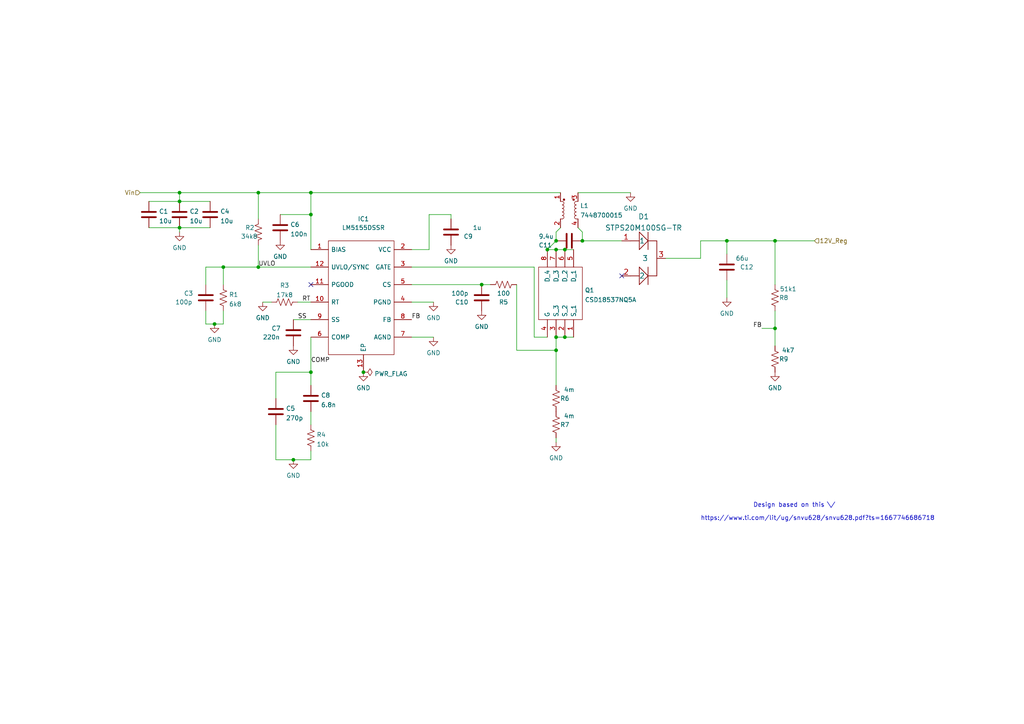
<source format=kicad_sch>
(kicad_sch (version 20211123) (generator eeschema)
  (paper "A4")
  (lib_symbols
    (symbol "Device:C" (pin_numbers hide) (pin_names (offset 0.254))
      (property "Reference" "C" (at 0.635 2.54 0))
      (property "Value" "C" (at 0.635 -2.54 0))
      (symbol "C_0_1"
        (polyline (pts (xy -2.032 -0.762) (xy 2.032 -0.762)) (stroke (width 0.508)))
        (polyline (pts (xy -2.032 0.762) (xy 2.032 0.762)) (stroke (width 0.508)))
      )
      (symbol "C_1_1"
        (pin passive line (at 0 3.81 270) (length 2.794) (name "~") (number "1"))
        (pin passive line (at 0 -3.81 90) (length 2.794) (name "~") (number "2"))
      )
    )
    (symbol "Device:L_Coupled" (pin_names (offset 0.254) hide)
      (property "Reference" "L" (at 0 4.445 0))
      (property "Value" "L_Coupled" (at 0 -4.445 0))
      (symbol "L_Coupled_0_1"
        (circle (center -3.048 -1.27) (radius 0.254) (fill (type outline)))
        (circle (center -3.048 1.524) (radius 0.254) (fill (type outline)))
        (arc (start -2.54 2.032) (mid -2.032 1.524) (end -1.524 2.032))
        (arc (start -1.524 -2.032) (mid -2.032 -1.524) (end -2.54 -2.032))
        (arc (start -1.524 2.032) (mid -1.016 1.524) (end -0.508 2.032))
        (arc (start -0.508 -2.032) (mid -1.016 -1.524) (end -1.524 -2.032))
        (arc (start -0.508 2.032) (mid 0 1.524) (end 0.508 2.032))
        (polyline (pts (xy -2.54 -2.032) (xy -2.54 -2.54)))
        (polyline (pts (xy -2.54 2.032) (xy -2.54 2.54)))
        (polyline (pts (xy 2.54 -2.032) (xy 2.54 -2.54)))
        (polyline (pts (xy 2.54 2.54) (xy 2.54 2.032)))
        (arc (start 0.508 -2.032) (mid 0 -1.524) (end -0.508 -2.032))
        (arc (start 0.508 2.032) (mid 1.016 1.524) (end 1.524 2.032))
        (arc (start 1.524 -2.032) (mid 1.016 -1.524) (end 0.508 -2.032))
        (arc (start 1.524 2.032) (mid 2.032 1.524) (end 2.54 2.032))
        (arc (start 2.54 -2.032) (mid 2.032 -1.524) (end 1.524 -2.032))
      )
      (symbol "L_Coupled_1_1"
        (pin passive line (at -5.08 2.54 0) (length 2.54) (name "1") (number "1"))
        (pin passive line (at 5.08 2.54 180) (length 2.54) (name "2") (number "2"))
        (pin passive line (at -5.08 -2.54 0) (length 2.54) (name "3") (number "3"))
        (pin passive line (at 5.08 -2.54 180) (length 2.54) (name "4") (number "4"))
      )
    )
    (symbol "Device:R_US" (pin_numbers hide) (pin_names (offset 0))
      (property "Reference" "R" (at 2.54 0 90))
      (property "Value" "R_US" (at -2.54 0 90))
      (symbol "R_US_0_1"
        (polyline (pts (xy 0 -2.286) (xy 0 -2.54)))
        (polyline (pts (xy 0 2.286) (xy 0 2.54)))
        (polyline (pts (xy 0 -0.762) (xy 1.016 -1.143) (xy 0 -1.524) (xy -1.016 -1.905) (xy 0 -2.286)))
        (polyline (pts (xy 0 0.762) (xy 1.016 0.381) (xy 0 0) (xy -1.016 -0.381) (xy 0 -0.762)))
        (polyline (pts (xy 0 2.286) (xy 1.016 1.905) (xy 0 1.524) (xy -1.016 1.143) (xy 0 0.762)))
      )
      (symbol "R_US_1_1"
        (pin passive line (at 0 3.81 270) (length 1.27) (name "~") (number "1"))
        (pin passive line (at 0 -3.81 90) (length 1.27) (name "~") (number "2"))
      )
    )
    (symbol "Global Symbols:CSD18537NQ5A" (pin_names (offset 0.762))
      (property "Reference" "Q" (at 21.59 7.62 0))
      (property "Value" "CSD18537NQ5A" (at 21.59 5.08 0))
      (symbol "CSD18537NQ5A_0_0"
        (pin passive line (at 0 0 0) (length 5.08) (name "S_1") (number "1"))
        (pin passive line (at 0 -2.54 0) (length 5.08) (name "S_2") (number "2"))
        (pin passive line (at 0 -5.08 0) (length 5.08) (name "S_3") (number "3"))
        (pin passive line (at 0 -7.62 0) (length 5.08) (name "G") (number "4"))
        (pin passive line (at 25.4 0 180) (length 5.08) (name "D_1") (number "5"))
        (pin passive line (at 25.4 -2.54 180) (length 5.08) (name "D_2") (number "6"))
        (pin passive line (at 25.4 -5.08 180) (length 5.08) (name "D_3") (number "7"))
        (pin passive line (at 25.4 -7.62 180) (length 5.08) (name "D_4") (number "8"))
      )
      (symbol "CSD18537NQ5A_0_1"
        (polyline (pts (xy 5.08 2.54) (xy 20.32 2.54) (xy 20.32 -10.16) (xy 5.08 -10.16) (xy 5.08 2.54)) (stroke (width 0.1524)))
      )
    )
    (symbol "Global Symbols:LM5155DSSR" (pin_names (offset 0.762))
      (property "Reference" "IC" (at 31.75 7.62 0))
      (property "Value" "LM5155DSSR" (at 31.75 5.08 0))
      (symbol "LM5155DSSR_0_0"
        (pin passive line (at -6.35 7.62 0) (length 5.08) (name "BIAS") (number "1"))
        (pin passive line (at -6.35 -7.62 0) (length 5.08) (name "RT") (number "10"))
        (pin passive line (at -6.35 -2.54 0) (length 5.08) (name "PGOOD") (number "11"))
        (pin passive line (at -6.35 2.54 0) (length 5.08) (name "UVLO/SYNC") (number "12"))
        (pin passive line (at 8.89 -27.94 90) (length 5.08) (name "EP") (number "13"))
        (pin passive line (at 22.86 7.62 180) (length 5.08) (name "VCC") (number "2"))
        (pin passive line (at 22.86 2.54 180) (length 5.08) (name "GATE") (number "3"))
        (pin passive line (at 22.86 -7.62 180) (length 5.08) (name "PGND") (number "4"))
        (pin passive line (at 22.86 -2.54 180) (length 5.08) (name "CS") (number "5"))
        (pin passive line (at -6.35 -17.78 0) (length 5.08) (name "COMP") (number "6"))
        (pin passive line (at 22.86 -17.78 180) (length 5.08) (name "AGND") (number "7"))
        (pin passive line (at 22.86 -12.7 180) (length 5.08) (name "FB") (number "8"))
        (pin passive line (at -6.35 -12.7 0) (length 5.08) (name "SS") (number "9"))
      )
      (symbol "LM5155DSSR_0_1"
        (polyline (pts (xy -1.27 10.16) (xy 17.78 10.16) (xy 17.78 -22.86) (xy -1.27 -22.86) (xy -1.27 10.16)) (stroke (width 0.1524)))
      )
    )
    (symbol "Global Symbols:STPS20M100SG-TR" (pin_names (offset 2.54))
      (property "Reference" "U" (at 5.715 -15.24 0))
      (property "Value" "STPS20M100SG-TR" (at 5.715 -22.86 0))
      (symbol "STPS20M100SG-TR_1_1"
        (polyline (pts (xy 2.54 -10.16) (xy 5.08 -10.16)) (stroke (width 0.2032)))
        (polyline (pts (xy 2.54 0) (xy 5.08 0)) (stroke (width 0.2032)))
        (polyline (pts (xy 5.08 -12.7) (xy 5.08 -7.62)) (stroke (width 0.2032)))
        (polyline (pts (xy 5.08 -12.7) (xy 7.62 -10.16)) (stroke (width 0.2032)))
        (polyline (pts (xy 5.08 -7.62) (xy 7.62 -10.16)) (stroke (width 0.2032)))
        (polyline (pts (xy 5.08 -2.54) (xy 7.62 0)) (stroke (width 0.2032)))
        (polyline (pts (xy 5.08 2.54) (xy 5.08 -2.54)) (stroke (width 0.2032)))
        (polyline (pts (xy 5.08 2.54) (xy 7.62 0)) (stroke (width 0.2032)))
        (polyline (pts (xy 7.62 -12.7) (xy 7.62 -7.62)) (stroke (width 0.2032)))
        (polyline (pts (xy 7.62 2.54) (xy 7.62 -2.54)) (stroke (width 0.2032)))
        (polyline (pts (xy 10.16 -10.16) (xy 7.62 -10.16)) (stroke (width 0.2032)))
        (polyline (pts (xy 10.16 0) (xy 7.62 0)) (stroke (width 0.2032)))
        (polyline (pts (xy 10.16 0) (xy 10.16 -10.16)) (stroke (width 0.2032)))
        (pin unspecified line (at 0 0 0) (length 2.54) (name "1") (number "1"))
        (pin unspecified line (at 0 -10.16 0) (length 2.54) (name "2") (number "2"))
        (pin unspecified line (at 12.7 -5.08 180) (length 2.54) (name "3") (number "3"))
      )
    )
    (symbol "power:GND" (power) (pin_names (offset 0))
      (property "Value" "GND" (at 0 -3.81 0))
      (symbol "GND_0_1"
        (polyline (pts (xy 0 0) (xy 0 -1.27) (xy 1.27 -1.27) (xy 0 -2.54) (xy -1.27 -1.27) (xy 0 -1.27)))
      )
      (symbol "GND_1_1"
        (pin power_in line (at 0 0 270) (length 0) hide (name "GND") (number "1"))
      )
    )
    (symbol "power:PWR_FLAG" (power) (pin_numbers hide) (pin_names (offset 0) hide)
      (property "Value" "PWR_FLAG" (at 0 3.81 0))
      (symbol "PWR_FLAG_0_0"
        (pin power_out line (at 0 0 90) (length 0) (name "pwr") (number "1"))
      )
      (symbol "PWR_FLAG_0_1"
        (polyline (pts (xy 0 0) (xy 0 1.27) (xy -1.016 1.905) (xy 0 2.54) (xy 1.016 1.905) (xy 0 1.27)))
      )
    )
  )
  (junction (at 158.75 72.39))
  (junction (at 168.91 69.85))
  (junction (at 139.7 82.55))
  (junction (at 52.07 58.42))
  (junction (at 62.23 93.98))
  (junction (at 90.17 107.95))
  (junction (at 105.41 107.95))
  (junction (at 74.93 55.88))
  (junction (at 64.77 77.47))
  (junction (at 224.79 69.85))
  (junction (at 85.09 133.35))
  (junction (at 210.82 69.85))
  (junction (at 52.07 55.88))
  (junction (at 90.17 55.88))
  (junction (at 161.29 97.79))
  (junction (at 163.83 72.39))
  (junction (at 224.79 95.25))
  (junction (at 161.29 69.85))
  (junction (at 161.29 72.39))
  (junction (at 74.93 77.47))
  (junction (at 163.83 97.79))
  (junction (at 90.17 62.23))
  (junction (at 52.07 66.04))
  (junction (at 161.29 101.6))
  (no_connect (at 180.34 80.01))
  (no_connect (at 90.17 82.55))
  (wire (pts (xy 158.75 72.39) (xy 161.29 72.39)))
  (wire (pts (xy 74.93 71.12) (xy 74.93 77.47)))
  (wire (pts (xy 59.69 77.47) (xy 59.69 82.55)))
  (wire (pts (xy 161.29 127) (xy 161.29 128.27)))
  (wire (pts (xy 220.98 95.25) (xy 224.79 95.25)))
  (wire (pts (xy 52.07 55.88) (xy 74.93 55.88)))
  (wire (pts (xy 168.91 67.31) (xy 168.91 69.85)))
  (wire (pts (xy 161.29 97.79) (xy 163.83 97.79)))
  (wire (pts (xy 90.17 107.95) (xy 90.17 111.76)))
  (wire (pts (xy 90.17 62.23) (xy 90.17 72.39)))
  (wire (pts (xy 62.23 93.98) (xy 64.77 93.98)))
  (wire (pts (xy 182.88 55.88) (xy 167.64 55.88)))
  (wire (pts (xy 119.38 77.47) (xy 154.94 77.47)))
  (wire (pts (xy 86.36 87.63) (xy 90.17 87.63)))
  (wire (pts (xy 43.18 58.42) (xy 52.07 58.42)))
  (wire (pts (xy 139.7 82.55) (xy 142.24 82.55)))
  (wire (pts (xy 52.07 58.42) (xy 52.07 55.88)))
  (wire (pts (xy 161.29 69.85) (xy 158.75 72.39)))
  (wire (pts (xy 224.79 90.17) (xy 224.79 95.25)))
  (wire (pts (xy 90.17 55.88) (xy 162.56 55.88)))
  (wire (pts (xy 119.38 82.55) (xy 139.7 82.55)))
  (wire (pts (xy 125.73 97.79) (xy 119.38 97.79)))
  (wire (pts (xy 193.04 74.93) (xy 203.2 74.93)))
  (wire (pts (xy 154.94 77.47) (xy 154.94 97.79)))
  (wire (pts (xy 74.93 55.88) (xy 74.93 63.5)))
  (wire (pts (xy 154.94 97.79) (xy 158.75 97.79)))
  (wire (pts (xy 64.77 77.47) (xy 64.77 82.55)))
  (wire (pts (xy 224.79 82.55) (xy 224.79 69.85)))
  (wire (pts (xy 163.83 97.79) (xy 166.37 97.79)))
  (wire (pts (xy 124.46 62.23) (xy 130.81 62.23)))
  (wire (pts (xy 43.18 66.04) (xy 52.07 66.04)))
  (wire (pts (xy 81.28 62.23) (xy 90.17 62.23)))
  (wire (pts (xy 119.38 72.39) (xy 124.46 72.39)))
  (wire (pts (xy 149.86 101.6) (xy 149.86 82.55)))
  (wire (pts (xy 161.29 67.31) (xy 161.29 69.85)))
  (wire (pts (xy 180.34 69.85) (xy 168.91 69.85)))
  (wire (pts (xy 90.17 107.95) (xy 80.01 107.95)))
  (wire (pts (xy 76.2 87.63) (xy 78.74 87.63)))
  (wire (pts (xy 64.77 90.17) (xy 64.77 93.98)))
  (wire (pts (xy 125.73 87.63) (xy 119.38 87.63)))
  (wire (pts (xy 163.83 72.39) (xy 166.37 72.39)))
  (wire (pts (xy 59.69 93.98) (xy 62.23 93.98)))
  (wire (pts (xy 210.82 69.85) (xy 224.79 69.85)))
  (wire (pts (xy 52.07 58.42) (xy 60.96 58.42)))
  (wire (pts (xy 90.17 119.38) (xy 90.17 123.19)))
  (wire (pts (xy 210.82 69.85) (xy 210.82 73.66)))
  (wire (pts (xy 85.09 92.71) (xy 90.17 92.71)))
  (wire (pts (xy 90.17 97.79) (xy 90.17 107.95)))
  (wire (pts (xy 52.07 66.04) (xy 52.07 67.31)))
  (wire (pts (xy 224.79 69.85) (xy 236.22 69.85)))
  (wire (pts (xy 130.81 62.23) (xy 130.81 63.5)))
  (wire (pts (xy 90.17 133.35) (xy 90.17 130.81)))
  (wire (pts (xy 161.29 97.79) (xy 161.29 101.6)))
  (wire (pts (xy 168.91 67.31) (xy 167.64 66.04)))
  (wire (pts (xy 40.64 55.88) (xy 52.07 55.88)))
  (wire (pts (xy 52.07 66.04) (xy 60.96 66.04)))
  (wire (pts (xy 224.79 95.25) (xy 224.79 100.33)))
  (wire (pts (xy 64.77 77.47) (xy 59.69 77.47)))
  (wire (pts (xy 80.01 123.19) (xy 80.01 133.35)))
  (wire (pts (xy 161.29 101.6) (xy 149.86 101.6)))
  (wire (pts (xy 210.82 86.36) (xy 210.82 81.28)))
  (wire (pts (xy 90.17 55.88) (xy 90.17 62.23)))
  (wire (pts (xy 64.77 77.47) (xy 74.93 77.47)))
  (wire (pts (xy 80.01 107.95) (xy 80.01 115.57)))
  (wire (pts (xy 124.46 72.39) (xy 124.46 62.23)))
  (wire (pts (xy 161.29 67.31) (xy 162.56 66.04)))
  (wire (pts (xy 74.93 77.47) (xy 90.17 77.47)))
  (wire (pts (xy 85.09 133.35) (xy 90.17 133.35)))
  (wire (pts (xy 203.2 74.93) (xy 203.2 69.85)))
  (wire (pts (xy 80.01 133.35) (xy 85.09 133.35)))
  (wire (pts (xy 74.93 55.88) (xy 90.17 55.88)))
  (wire (pts (xy 161.29 72.39) (xy 163.83 72.39)))
  (wire (pts (xy 161.29 101.6) (xy 161.29 111.76)))
  (wire (pts (xy 203.2 69.85) (xy 210.82 69.85)))
  (wire (pts (xy 59.69 90.17) (xy 59.69 93.98)))
  (text "Design based on this \\/" (at 218.44 147.32 0) (effects (font (size 1.27 1.27)) (justify left bottom)))
  (text "https://www.ti.com/lit/ug/snvu628/snvu628.pdf?ts=1667746686718" (at 203.2 151.13 0) (effects (font (size 1.27 1.27)) (justify left bottom)))
  (label "UVLO" (at 74.93 77.47 0))
  (label "COMP" (at 90.17 105.41 0))
  (label "RT" (at 87.63 87.63 0))
  (label "SS" (at 86.36 92.71 0))
  (label "FB" (at 119.38 92.71 0))
  (label "FB" (at 220.98 95.25 180))
  (hierarchical_label "12V_Reg" (shape input) (at 236.22 69.85 0))
  (hierarchical_label "Vin" (shape input) (at 40.64 55.88 180))
  (symbol (lib_id "Device:C") (at 85.09 96.52 0) (unit 1)
    (property "Reference" "C7" (at 78.74 95.25 0) (effects (justify left)))
    (property "Value" "220n" (at 76.2 97.79 0) (effects (justify left)))
  )
  (symbol (lib_id "Device:C") (at 52.07 62.23 0) (unit 1)
    (property "Reference" "C2" (at 54.991 61.3215 0) (effects (justify left)))
    (property "Value" "10u" (at 54.991 64.0966 0) (effects (justify left)))
  )
  (symbol (lib_id "Device:R_US") (at 64.77 86.36 0) (unit 1)
    (property "Reference" "R1" (at 66.421 85.4515 0) (effects (justify left)))
    (property "Value" "6k8" (at 66.421 88.2266 0) (effects (justify left)))
  )
  (symbol (lib_id "Device:C") (at 139.7 86.36 180) (unit 1)
    (property "Reference" "C10" (at 135.89 87.63 0) (effects (justify left)))
    (property "Value" "100p" (at 135.89 85.09 0) (effects (justify left)))
  )
  (symbol (lib_id "Device:C") (at 81.28 66.04 0) (unit 1)
    (property "Reference" "C6" (at 84.201 65.1315 0) (effects (justify left)))
    (property "Value" "100n" (at 84.201 67.9066 0) (effects (justify left)))
  )
  (symbol (lib_id "power:GND") (at 76.2 87.63 0) (unit 1)
    (property "Reference" "#PWR03" (effects hide))
    (property "Value" "GND" (at 76.2 92.1925 0))
  )
  (symbol (lib_id "Device:R_US") (at 82.55 87.63 90) (unit 1)
    (property "Reference" "R3" (at 82.55 82.7745 90))
    (property "Value" "17k8" (at 82.55 85.5496 90))
  )
  (symbol (lib_id "Device:C") (at 59.69 86.36 0) (unit 1)
    (property "Reference" "C3" (at 53.34 85.09 0) (effects (justify left)))
    (property "Value" "100p" (at 50.8 87.63 0) (effects (justify left)))
  )
  (symbol (lib_id "Global Symbols:LM5155DSSR") (at 96.52 80.01 0) (unit 1)
    (property "Reference" "IC1" (at 105.41 63.5 0))
    (property "Value" "LM5155DSSR" (at 105.41 66.04 0))
    (property "Footprint" "SON50P200X300X80-13N-D" (effects hide))
    (property "Datasheet" "http://www.ti.com/lit/gpn/LM5155" (effects hide))
    (property "Description" "2.2MHz wide VIN non-synchronous boost controller" (effects hide))
    (property "Height" "0.8" (effects hide))
    (property "Mouser Part Number" "595-LM5155DSSR" (effects hide))
    (property "Mouser Price/Stock" "https://www.mouser.co.uk/ProductDetail/Texas-Instruments/LM5155DSSR?qs=l7cgNqFNU1jtrlfYRbXQiw%3D%3D" (effects hide))
    (property "Manufacturer_Name" "Texas Instruments" (effects hide))
    (property "Manufacturer_Part_Number" "LM5155DSSR" (effects hide))
  )
  (symbol (lib_id "Device:R_US") (at 146.05 82.55 270) (unit 1)
    (property "Reference" "R5" (at 146.05 87.63 90))
    (property "Value" "100" (at 146.05 85.09 90))
  )
  (symbol (lib_id "Device:R_US") (at 161.29 115.57 0) (unit 1)
    (property "Reference" "R6" (at 163.83 115.57 0))
    (property "Value" "4m" (at 165.1 113.03 0))
  )
  (symbol (lib_id "Device:L_Coupled") (at 165.1 60.96 90) (mirror x) (unit 1)
    (property "Reference" "L1" (at 168.275 59.6705 90) (effects (justify right)))
    (property "Value" "7448700015" (at 168.275 62.4456 90) (effects (justify right)))
    (property "Datasheet" "https://www.mouser.com/ProductDetail/Wurth-Elektronik/7448700015?qs=%252B97ACBfLqz%2F%252BrcT7XaCxSw%3D%3D" (effects hide))
  )
  (symbol (lib_id "power:GND") (at 161.29 128.27 0) (unit 1)
    (property "Reference" "#PWR012" (effects hide))
    (property "Value" "GND" (at 161.29 132.8325 0))
  )
  (symbol (lib_id "Device:C") (at 210.82 77.47 0) (unit 1)
    (property "Reference" "C12" (at 214.63 77.47 0) (effects (justify left)))
    (property "Value" "66u" (at 213.36 74.93 0) (effects (justify left)))
  )
  (symbol (lib_id "Device:C") (at 90.17 115.57 0) (unit 1)
    (property "Reference" "C8" (at 93.091 114.6615 0) (effects (justify left)))
    (property "Value" "6.8n" (at 93.091 117.4366 0) (effects (justify left)))
  )
  (symbol (lib_id "power:GND") (at 52.07 67.31 0) (unit 1)
    (property "Reference" "#PWR01" (effects hide))
    (property "Value" "GND" (at 52.07 71.8725 0))
  )
  (symbol (lib_id "power:GND") (at 139.7 90.17 0) (unit 1)
    (property "Reference" "#PWR011" (effects hide))
    (property "Value" "GND" (at 139.7 94.7325 0))
  )
  (symbol (lib_id "power:GND") (at 125.73 87.63 0) (unit 1)
    (property "Reference" "#PWR08" (effects hide))
    (property "Value" "GND" (at 125.73 92.1925 0))
  )
  (symbol (lib_id "Device:C") (at 165.1 69.85 270) (unit 1)
    (property "Reference" "C11" (at 156.21 71.12 90) (effects (justify left)))
    (property "Value" "9.4u" (at 156.21 68.58 90) (effects (justify left)))
  )
  (symbol (lib_id "Device:R_US") (at 74.93 67.31 0) (mirror y) (unit 1)
    (property "Reference" "R2" (at 71.12 66.04 0) (effects (justify right)))
    (property "Value" "34k8" (at 69.85 68.58 0) (effects (justify right)))
  )
  (symbol (lib_id "Device:C") (at 80.01 119.38 0) (unit 1)
    (property "Reference" "C5" (at 82.931 118.4715 0) (effects (justify left)))
    (property "Value" "270p" (at 82.931 121.2466 0) (effects (justify left)))
  )
  (symbol (lib_id "power:PWR_FLAG") (at 105.41 107.95 270) (unit 1)
    (property "Reference" "#FLG01" (effects hide))
    (property "Value" "PWR_FLAG" (at 108.585 108.429 90) (effects (justify left)))
  )
  (symbol (lib_id "power:GND") (at 224.79 107.95 0) (unit 1)
    (property "Reference" "#PWR015" (effects hide))
    (property "Value" "GND" (at 224.79 112.5125 0))
  )
  (symbol (lib_id "power:GND") (at 130.81 71.12 0) (unit 1)
    (property "Reference" "#PWR010" (effects hide))
    (property "Value" "GND" (at 130.81 75.6825 0))
  )
  (symbol (lib_id "power:GND") (at 62.23 93.98 0) (unit 1)
    (property "Reference" "#PWR02" (effects hide))
    (property "Value" "GND" (at 62.23 98.5425 0))
  )
  (symbol (lib_id "power:GND") (at 105.41 107.95 0) (unit 1)
    (property "Reference" "#PWR07" (effects hide))
    (property "Value" "GND" (at 105.41 112.5125 0))
  )
  (symbol (lib_id "Device:C") (at 130.81 67.31 180) (unit 1)
    (property "Reference" "C9" (at 137.16 68.58 0) (effects (justify left)))
    (property "Value" "1u" (at 139.7 66.04 0) (effects (justify left)))
  )
  (symbol (lib_id "Global Symbols:STPS20M100SG-TR") (at 180.34 69.85 0) (unit 1)
    (property "Reference" "D1" (at 186.69 62.8045 0) (effects (font (size 1.524 1.524))))
    (property "Value" "STPS20M100SG-TR" (at 186.69 66.0835 0) (effects (font (size 1.524 1.524))))
    (property "Footprint" "D2PAK_STM" (effects hide))
  )
  (symbol (lib_id "power:GND") (at 182.88 55.88 0) (unit 1)
    (property "Reference" "#PWR013" (effects hide))
    (property "Value" "GND" (at 182.88 60.4425 0))
  )
  (symbol (lib_id "Device:R_US") (at 224.79 86.36 0) (unit 1)
    (property "Reference" "R8" (at 227.33 86.36 0))
    (property "Value" "51k1" (at 228.6 83.82 0))
  )
  (symbol (lib_id "Device:C") (at 60.96 62.23 0) (unit 1)
    (property "Reference" "C4" (at 63.881 61.3215 0) (effects (justify left)))
    (property "Value" "10u" (at 63.881 64.0966 0) (effects (justify left)))
  )
  (symbol (lib_id "Global Symbols:CSD18537NQ5A") (at 166.37 97.79 270) (mirror x) (unit 1)
    (property "Reference" "Q1" (at 169.6212 84.1815 90) (effects (justify left)))
    (property "Value" "CSD18537NQ5A" (at 169.6212 86.9566 90) (effects (justify left)))
    (property "Footprint" "CSD19531Q5AT" (effects hide))
    (property "Datasheet" "http://www.ti.com/lit/gpn/csd18537nq5a" (effects hide))
    (property "Description" "60V, N ch NexFET MOSFET, single SON5x6, 13mOhm" (effects hide))
    (property "Mouser Part Number" "595-CSD18537NQ5A" (effects hide))
    (property "Mouser Price/Stock" "https://www.mouser.co.uk/ProductDetail/Texas-Instruments/CSD18537NQ5A?qs=7GxONfNUZSi6fNNk7dry3w%3D%3D" (effects hide))
    (property "Manufacturer_Name" "Texas Instruments" (effects hide))
    (property "Manufacturer_Part_Number" "CSD18537NQ5A" (effects hide))
  )
  (symbol (lib_id "power:GND") (at 85.09 133.35 0) (unit 1)
    (property "Reference" "#PWR06" (effects hide))
    (property "Value" "GND" (at 85.09 137.9125 0))
  )
  (symbol (lib_id "power:GND") (at 85.09 100.33 0) (unit 1)
    (property "Reference" "#PWR05" (effects hide))
    (property "Value" "GND" (at 85.09 104.8925 0))
  )
  (symbol (lib_id "Device:R_US") (at 224.79 104.14 0) (unit 1)
    (property "Reference" "R9" (at 227.33 104.14 0))
    (property "Value" "4k7" (at 228.6 101.6 0))
  )
  (symbol (lib_id "Device:C") (at 43.18 62.23 0) (unit 1)
    (property "Reference" "C1" (at 46.101 61.3215 0) (effects (justify left)))
    (property "Value" "10u" (at 46.101 64.0966 0) (effects (justify left)))
  )
  (symbol (lib_id "power:GND") (at 81.28 69.85 0) (unit 1)
    (property "Reference" "#PWR04" (effects hide))
    (property "Value" "GND" (at 81.28 74.4125 0))
  )
  (symbol (lib_id "Device:R_US") (at 161.29 123.19 0) (unit 1)
    (property "Reference" "R7" (at 163.83 123.19 0))
    (property "Value" "4m" (at 165.1 120.65 0))
  )
  (symbol (lib_id "power:GND") (at 210.82 86.36 0) (unit 1)
    (property "Reference" "#PWR014" (effects hide))
    (property "Value" "GND" (at 210.82 90.9225 0))
  )
  (symbol (lib_id "power:GND") (at 125.73 97.79 0) (unit 1)
    (property "Reference" "#PWR09" (effects hide))
    (property "Value" "GND" (at 125.73 102.3525 0))
  )
  (symbol (lib_id "Device:R_US") (at 90.17 127 0) (unit 1)
    (property "Reference" "R4" (at 91.821 126.0915 0) (effects (justify left)))
    (property "Value" "10k" (at 91.821 128.8666 0) (effects (justify left)))
  )
)
</source>
